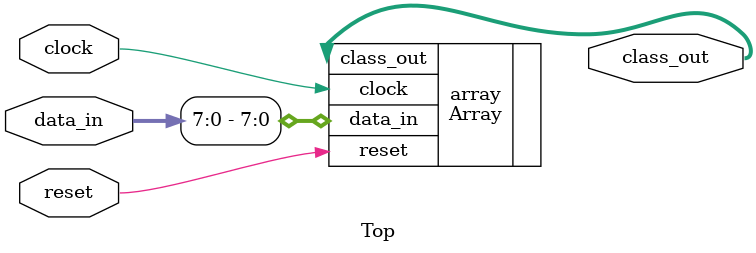
<source format=sv>
`timescale 1ns / 1ps

module Top (

    input clock,
    input reset,
    
    input [31:0] data_in,
    output [31:0] class_out

);

    Array #(
        .DATA_BITS(8),
        .NUM_CLASSES(10),
        .CLASS_BITS(4),
        .ACCUMULATOR_BITS(32)
        ) array (
        .clock(clock),
        .reset(reset),
        
        .data_in(data_in[7:0]),
        .class_out(class_out)
        );

endmodule
</source>
